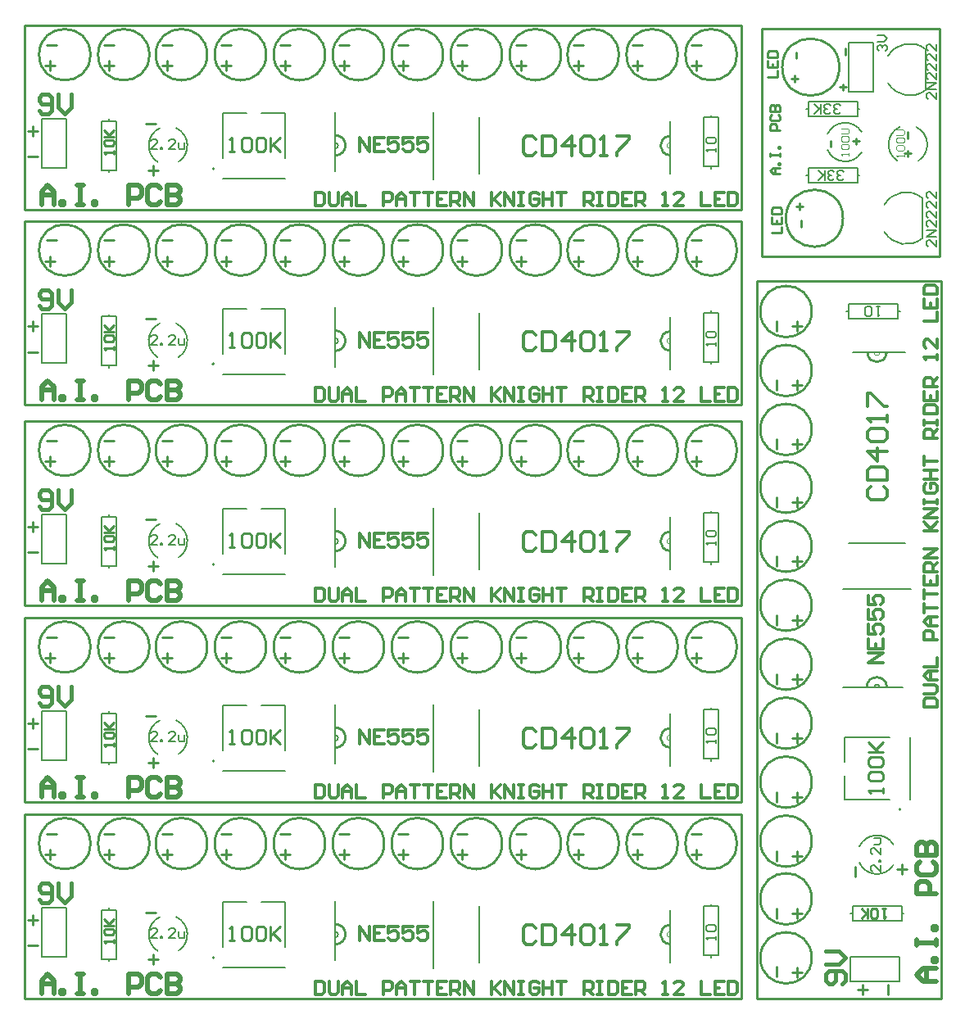
<source format=gto>
G04 Layer_Color=65535*
%FSLAX25Y25*%
%MOIN*%
G70*
G01*
G75*
%ADD30C,0.00000*%
%ADD31C,0.00600*%
%ADD32C,0.00787*%
%ADD33C,0.01000*%
%ADD34C,0.00800*%
%ADD35C,0.00500*%
%ADD36C,0.01378*%
%ADD37C,0.01968*%
%ADD38C,0.01575*%
%ADD39C,0.01181*%
%ADD40C,0.00394*%
D30*
X265800Y29200D02*
G03*
X265800Y26800I0J-1200D01*
G01*
Y109200D02*
G03*
X265800Y106800I0J-1200D01*
G01*
Y189200D02*
G03*
X265800Y186800I0J-1200D01*
G01*
Y270700D02*
G03*
X265800Y268300I0J-1200D01*
G01*
Y350200D02*
G03*
X265800Y347800I0J-1200D01*
G01*
X348800Y264800D02*
G03*
X351200Y264800I1200J0D01*
G01*
D31*
X129500Y26800D02*
G03*
X129500Y29200I0J1200D01*
G01*
Y106800D02*
G03*
X129500Y109200I0J1200D01*
G01*
Y186800D02*
G03*
X129500Y189200I0J1200D01*
G01*
Y268300D02*
G03*
X129500Y270700I0J1200D01*
G01*
Y347800D02*
G03*
X129500Y350200I0J1200D01*
G01*
X351200Y128500D02*
G03*
X348800Y128500I-1200J0D01*
G01*
X188200Y16500D02*
Y39500D01*
X265800Y16500D02*
Y26800D01*
Y29200D01*
Y37800D01*
X169500Y14300D02*
Y41700D01*
X129500Y29200D02*
Y41700D01*
Y26800D02*
Y29200D01*
Y17500D02*
Y26800D01*
X188200Y96500D02*
Y119500D01*
X265800Y96500D02*
Y106800D01*
Y109200D01*
Y117800D01*
X169500Y94300D02*
Y121700D01*
X129500Y109200D02*
Y121700D01*
Y106800D02*
Y109200D01*
Y97500D02*
Y106800D01*
X188200Y176500D02*
Y199500D01*
X265800Y176500D02*
Y186800D01*
Y189200D01*
Y197800D01*
X169500Y174300D02*
Y201700D01*
X129500Y189200D02*
Y201700D01*
Y186800D02*
Y189200D01*
Y177500D02*
Y186800D01*
X188200Y258000D02*
Y281000D01*
X265800Y258000D02*
Y268300D01*
Y270700D01*
Y279300D01*
X169500Y255800D02*
Y283200D01*
X129500Y270700D02*
Y283200D01*
Y268300D02*
Y270700D01*
Y259000D02*
Y268300D01*
X188200Y337500D02*
Y360500D01*
X265800Y337500D02*
Y347800D01*
Y350200D01*
Y358800D01*
X169500Y335300D02*
Y362700D01*
X129500Y350200D02*
Y362700D01*
Y347800D02*
Y350200D01*
Y338500D02*
Y347800D01*
X338500Y187200D02*
X361500D01*
X351200Y264800D02*
X361500D01*
X348800D02*
X351200D01*
X340200D02*
X348800D01*
X336300Y168500D02*
X363700D01*
X336300Y128500D02*
X348800D01*
X351200D01*
X360500D01*
D32*
X80358Y18657D02*
G03*
X80358Y18657I-394J0D01*
G01*
X58226Y35161D02*
G03*
X57268Y21360I3274J-7161D01*
G01*
X65732D02*
G03*
X64774Y35161I-4232J6640D01*
G01*
X58226Y115161D02*
G03*
X57268Y101360I3274J-7161D01*
G01*
X65732D02*
G03*
X64774Y115161I-4232J6640D01*
G01*
X80358Y98658D02*
G03*
X80358Y98658I-394J0D01*
G01*
X58226Y195161D02*
G03*
X57268Y181360I3274J-7161D01*
G01*
X65732D02*
G03*
X64774Y195161I-4232J6640D01*
G01*
X80358Y178657D02*
G03*
X80358Y178657I-394J0D01*
G01*
X58226Y276661D02*
G03*
X57268Y262860I3274J-7161D01*
G01*
X65732D02*
G03*
X64774Y276661I-4232J6640D01*
G01*
X80358Y260157D02*
G03*
X80358Y260157I-394J0D01*
G01*
X58226Y356161D02*
G03*
X57268Y342360I3274J-7161D01*
G01*
X65732D02*
G03*
X64774Y356161I-4232J6640D01*
G01*
X80358Y339657D02*
G03*
X80358Y339657I-394J0D01*
G01*
X342839Y57226D02*
G03*
X356640Y56268I7161J3274D01*
G01*
Y64732D02*
G03*
X342839Y63774I-6640J-4232D01*
G01*
X359736Y78965D02*
G03*
X359736Y78965I-394J0D01*
G01*
X359289Y356598D02*
G03*
X358331Y342797I3274J-7161D01*
G01*
X366795D02*
G03*
X365837Y356598I-4232J6640D01*
G01*
X329902Y347163D02*
G03*
X343703Y346205I7161J3274D01*
G01*
Y354669D02*
G03*
X329902Y353711I-6640J-4232D01*
G01*
X279500Y39500D02*
X282500D01*
X279500Y19500D02*
Y39500D01*
Y19500D02*
X285500D01*
Y39500D01*
X282500D02*
X285500D01*
X282500Y18600D02*
Y19500D01*
Y39500D02*
Y40400D01*
X34500Y38000D02*
X37500D01*
X34500Y18000D02*
Y38000D01*
Y18000D02*
X40500D01*
Y38000D01*
X37500D02*
X40500D01*
X37500Y17100D02*
Y18000D01*
Y38000D02*
Y38900D01*
X10000Y19000D02*
X20000D01*
X10000D02*
Y39000D01*
X20000D01*
Y19000D02*
Y39000D01*
X34500Y118000D02*
X37500D01*
X34500Y98000D02*
Y118000D01*
Y98000D02*
X40500D01*
Y118000D01*
X37500D02*
X40500D01*
X37500Y97100D02*
Y98000D01*
Y118000D02*
Y118900D01*
X279500Y119500D02*
X282500D01*
X279500Y99500D02*
Y119500D01*
Y99500D02*
X285500D01*
Y119500D01*
X282500D02*
X285500D01*
X282500Y98600D02*
Y99500D01*
Y119500D02*
Y120400D01*
X10000Y99000D02*
X20000D01*
X10000D02*
Y119000D01*
X20000D01*
Y99000D02*
Y119000D01*
X34500Y198000D02*
X37500D01*
X34500Y178000D02*
Y198000D01*
Y178000D02*
X40500D01*
Y198000D01*
X37500D02*
X40500D01*
X37500Y177100D02*
Y178000D01*
Y198000D02*
Y198900D01*
X279500Y199500D02*
X282500D01*
X279500Y179500D02*
Y199500D01*
Y179500D02*
X285500D01*
Y199500D01*
X282500D02*
X285500D01*
X282500Y178600D02*
Y179500D01*
Y199500D02*
Y200400D01*
X10000Y179000D02*
X20000D01*
X10000D02*
Y199000D01*
X20000D01*
Y179000D02*
Y199000D01*
X34500Y279500D02*
X37500D01*
X34500Y259500D02*
Y279500D01*
Y259500D02*
X40500D01*
Y279500D01*
X37500D02*
X40500D01*
X37500Y258600D02*
Y259500D01*
Y279500D02*
Y280400D01*
X279500Y281000D02*
X282500D01*
X279500Y261000D02*
Y281000D01*
Y261000D02*
X285500D01*
Y281000D01*
X282500D02*
X285500D01*
X282500Y260100D02*
Y261000D01*
Y281000D02*
Y281900D01*
X10000Y260500D02*
X20000D01*
X10000D02*
Y280500D01*
X20000D01*
Y260500D02*
Y280500D01*
X34500Y359000D02*
X37500D01*
X34500Y339000D02*
Y359000D01*
Y339000D02*
X40500D01*
Y359000D01*
X37500D02*
X40500D01*
X37500Y338100D02*
Y339000D01*
Y359000D02*
Y359900D01*
X279500Y360500D02*
X282500D01*
X279500Y340500D02*
Y360500D01*
Y340500D02*
X285500D01*
Y360500D01*
X282500D02*
X285500D01*
X282500Y339600D02*
Y340500D01*
Y360500D02*
Y361400D01*
X10000Y340000D02*
X20000D01*
X10000D02*
Y360000D01*
X20000D01*
Y340000D02*
Y360000D01*
X340000Y33500D02*
Y36500D01*
Y33500D02*
X360000D01*
Y39500D01*
X340000D02*
X360000D01*
X340000Y36500D02*
Y39500D01*
X360000Y36500D02*
X360900D01*
X339100D02*
X340000D01*
X338500Y278500D02*
Y281500D01*
Y278500D02*
X358500D01*
Y284500D01*
X338500D02*
X358500D01*
X338500Y281500D02*
Y284500D01*
X358500Y281500D02*
X359400D01*
X337600D02*
X338500D01*
X359000Y9000D02*
Y19000D01*
X339000Y9000D02*
X359000D01*
X339000D02*
Y19000D01*
X359000D01*
X338563Y390937D02*
X348563D01*
Y370937D02*
Y390937D01*
X338563Y370937D02*
X348563D01*
X338563D02*
Y390937D01*
X322063Y333937D02*
Y336937D01*
Y333937D02*
X342063D01*
Y339937D01*
X322063D02*
X342063D01*
X322063Y336937D02*
Y339937D01*
X342063Y336937D02*
X342963D01*
X321163D02*
X322063D01*
Y360937D02*
Y363937D01*
Y360937D02*
X342063D01*
Y366937D01*
X322063D02*
X342063D01*
X322063Y363937D02*
Y366937D01*
X342063Y363937D02*
X342963D01*
X321163D02*
X322063D01*
X284500Y26000D02*
Y27312D01*
Y26656D01*
X280564D01*
X281220Y26000D01*
Y29280D02*
X280564Y29936D01*
Y31248D01*
X281220Y31904D01*
X283844D01*
X284500Y31248D01*
Y29936D01*
X283844Y29280D01*
X281220D01*
X57124Y26500D02*
X54500D01*
X57124Y29124D01*
Y29780D01*
X56468Y30436D01*
X55156D01*
X54500Y29780D01*
X58436Y26500D02*
Y27156D01*
X59092D01*
Y26500D01*
X58436D01*
X64339D02*
X61716D01*
X64339Y29124D01*
Y29780D01*
X63683Y30436D01*
X62371D01*
X61716Y29780D01*
X65651Y29124D02*
Y27156D01*
X66307Y26500D01*
X68275D01*
Y29124D01*
X57124Y106500D02*
X54500D01*
X57124Y109124D01*
Y109780D01*
X56468Y110436D01*
X55156D01*
X54500Y109780D01*
X58436Y106500D02*
Y107156D01*
X59092D01*
Y106500D01*
X58436D01*
X64339D02*
X61716D01*
X64339Y109124D01*
Y109780D01*
X63683Y110436D01*
X62371D01*
X61716Y109780D01*
X65651Y109124D02*
Y107156D01*
X66307Y106500D01*
X68275D01*
Y109124D01*
X284500Y106000D02*
Y107312D01*
Y106656D01*
X280564D01*
X281220Y106000D01*
Y109280D02*
X280564Y109936D01*
Y111248D01*
X281220Y111904D01*
X283844D01*
X284500Y111248D01*
Y109936D01*
X283844Y109280D01*
X281220D01*
X57124Y186500D02*
X54500D01*
X57124Y189124D01*
Y189780D01*
X56468Y190436D01*
X55156D01*
X54500Y189780D01*
X58436Y186500D02*
Y187156D01*
X59092D01*
Y186500D01*
X58436D01*
X64339D02*
X61716D01*
X64339Y189124D01*
Y189780D01*
X63683Y190436D01*
X62371D01*
X61716Y189780D01*
X65651Y189124D02*
Y187156D01*
X66307Y186500D01*
X68275D01*
Y189124D01*
X284500Y186500D02*
Y187812D01*
Y187156D01*
X280564D01*
X281220Y186500D01*
Y189780D02*
X280564Y190436D01*
Y191748D01*
X281220Y192404D01*
X283844D01*
X284500Y191748D01*
Y190436D01*
X283844Y189780D01*
X281220D01*
X57124Y268000D02*
X54500D01*
X57124Y270624D01*
Y271280D01*
X56468Y271936D01*
X55156D01*
X54500Y271280D01*
X58436Y268000D02*
Y268656D01*
X59092D01*
Y268000D01*
X58436D01*
X64339D02*
X61716D01*
X64339Y270624D01*
Y271280D01*
X63683Y271936D01*
X62371D01*
X61716Y271280D01*
X65651Y270624D02*
Y268656D01*
X66307Y268000D01*
X68275D01*
Y270624D01*
X284500Y267500D02*
Y268812D01*
Y268156D01*
X280564D01*
X281220Y267500D01*
Y270780D02*
X280564Y271436D01*
Y272748D01*
X281220Y273404D01*
X283844D01*
X284500Y272748D01*
Y271436D01*
X283844Y270780D01*
X281220D01*
X57124Y347500D02*
X54500D01*
X57124Y350124D01*
Y350780D01*
X56468Y351436D01*
X55156D01*
X54500Y350780D01*
X58436Y347500D02*
Y348156D01*
X59092D01*
Y347500D01*
X58436D01*
X64339D02*
X61716D01*
X64339Y350124D01*
Y350780D01*
X63683Y351436D01*
X62371D01*
X61716Y350780D01*
X65651Y350124D02*
Y348156D01*
X66307Y347500D01*
X68275D01*
Y350124D01*
X284500Y346500D02*
Y347812D01*
Y347156D01*
X280564D01*
X281220Y346500D01*
Y349780D02*
X280564Y350436D01*
Y351748D01*
X281220Y352404D01*
X283844D01*
X284500Y351748D01*
Y350436D01*
X283844Y349780D01*
X281220D01*
X351500Y56124D02*
Y53500D01*
X348876Y56124D01*
X348220D01*
X347564Y55468D01*
Y54156D01*
X348220Y53500D01*
X351500Y57436D02*
X350844D01*
Y58092D01*
X351500D01*
Y57436D01*
Y63339D02*
Y60716D01*
X348876Y63339D01*
X348220D01*
X347564Y62683D01*
Y61371D01*
X348220Y60716D01*
X348876Y64651D02*
X350844D01*
X351500Y65307D01*
Y67275D01*
X348876D01*
X351000Y283500D02*
X349688D01*
X350344D01*
Y279564D01*
X351000Y280220D01*
X347720D02*
X347064Y279564D01*
X345752D01*
X345096Y280220D01*
Y282844D01*
X345752Y283500D01*
X347064D01*
X347720Y282844D01*
Y280220D01*
X350783Y387437D02*
X350127Y388093D01*
Y389405D01*
X350783Y390061D01*
X351439D01*
X352095Y389405D01*
Y388749D01*
Y389405D01*
X352751Y390061D01*
X353407D01*
X354063Y389405D01*
Y388093D01*
X353407Y387437D01*
X350127Y391373D02*
X352751D01*
X354063Y392685D01*
X352751Y393997D01*
X350127D01*
X336563Y335657D02*
X335907Y335001D01*
X334595D01*
X333939Y335657D01*
Y336313D01*
X334595Y336969D01*
X335251D01*
X334595D01*
X333939Y337625D01*
Y338281D01*
X334595Y338937D01*
X335907D01*
X336563Y338281D01*
X332627Y335657D02*
X331971Y335001D01*
X330659D01*
X330003Y335657D01*
Y336313D01*
X330659Y336969D01*
X331315D01*
X330659D01*
X330003Y337625D01*
Y338281D01*
X330659Y338937D01*
X331971D01*
X332627Y338281D01*
X328692Y335001D02*
Y338937D01*
Y337625D01*
X326068Y335001D01*
X328036Y336969D01*
X326068Y338937D01*
X335063Y362657D02*
X334407Y362001D01*
X333095D01*
X332439Y362657D01*
Y363313D01*
X333095Y363969D01*
X333751D01*
X333095D01*
X332439Y364625D01*
Y365281D01*
X333095Y365937D01*
X334407D01*
X335063Y365281D01*
X331127Y362657D02*
X330471Y362001D01*
X329159D01*
X328503Y362657D01*
Y363313D01*
X329159Y363969D01*
X329815D01*
X329159D01*
X328503Y364625D01*
Y365281D01*
X329159Y365937D01*
X330471D01*
X331127Y365281D01*
X327191Y362001D02*
Y365937D01*
Y364625D01*
X324568Y362001D01*
X326536Y363969D01*
X324568Y365937D01*
X374063Y310561D02*
Y307937D01*
X371439Y310561D01*
X370783D01*
X370127Y309905D01*
Y308593D01*
X370783Y307937D01*
X374063Y311873D02*
X370127D01*
X374063Y314497D01*
X370127D01*
X374063Y318432D02*
Y315809D01*
X371439Y318432D01*
X370783D01*
X370127Y317776D01*
Y316464D01*
X370783Y315809D01*
X374063Y322368D02*
Y319744D01*
X371439Y322368D01*
X370783D01*
X370127Y321712D01*
Y320400D01*
X370783Y319744D01*
X374063Y326304D02*
Y323680D01*
X371439Y326304D01*
X370783D01*
X370127Y325648D01*
Y324336D01*
X370783Y323680D01*
X374063Y330240D02*
Y327616D01*
X371439Y330240D01*
X370783D01*
X370127Y329584D01*
Y328272D01*
X370783Y327616D01*
X374063Y370561D02*
Y367937D01*
X371439Y370561D01*
X370783D01*
X370127Y369905D01*
Y368593D01*
X370783Y367937D01*
X374063Y371873D02*
X370127D01*
X374063Y374497D01*
X370127D01*
X374063Y378432D02*
Y375809D01*
X371439Y378432D01*
X370783D01*
X370127Y377776D01*
Y376464D01*
X370783Y375809D01*
X374063Y382368D02*
Y379744D01*
X371439Y382368D01*
X370783D01*
X370127Y381712D01*
Y380400D01*
X370783Y379744D01*
X374063Y386304D02*
Y383680D01*
X371439Y386304D01*
X370783D01*
X370127Y385648D01*
Y384336D01*
X370783Y383680D01*
X374063Y390240D02*
Y387616D01*
X371439Y390240D01*
X370783D01*
X370127Y389584D01*
Y388272D01*
X370783Y387616D01*
D33*
X29933Y65000D02*
G03*
X29933Y65000I-10433J0D01*
G01*
X292933D02*
G03*
X292933Y65000I-10433J0D01*
G01*
X53933D02*
G03*
X53933Y65000I-10433J0D01*
G01*
X268933D02*
G03*
X268933Y65000I-10433J0D01*
G01*
X77433D02*
G03*
X77433Y65000I-10433J0D01*
G01*
X244933D02*
G03*
X244933Y65000I-10433J0D01*
G01*
X101433D02*
G03*
X101433Y65000I-10433J0D01*
G01*
X221433D02*
G03*
X221433Y65000I-10433J0D01*
G01*
X125433D02*
G03*
X125433Y65000I-10433J0D01*
G01*
X197433D02*
G03*
X197433Y65000I-10433J0D01*
G01*
X149433D02*
G03*
X149433Y65000I-10433J0D01*
G01*
X173433D02*
G03*
X173433Y65000I-10433J0D01*
G01*
X265471Y31845D02*
G03*
X265511Y24152I329J-3845D01*
G01*
X130000Y24000D02*
G03*
X129955Y32201I-455J4098D01*
G01*
X130000Y104000D02*
G03*
X129955Y112200I-455J4098D01*
G01*
X265471Y111845D02*
G03*
X265511Y104152I329J-3845D01*
G01*
X29933Y145000D02*
G03*
X29933Y145000I-10433J0D01*
G01*
X292933D02*
G03*
X292933Y145000I-10433J0D01*
G01*
X53933D02*
G03*
X53933Y145000I-10433J0D01*
G01*
X268933D02*
G03*
X268933Y145000I-10433J0D01*
G01*
X77433D02*
G03*
X77433Y145000I-10433J0D01*
G01*
X244933D02*
G03*
X244933Y145000I-10433J0D01*
G01*
X101433D02*
G03*
X101433Y145000I-10433J0D01*
G01*
X221433D02*
G03*
X221433Y145000I-10433J0D01*
G01*
X125433D02*
G03*
X125433Y145000I-10433J0D01*
G01*
X197433D02*
G03*
X197433Y145000I-10433J0D01*
G01*
X149433D02*
G03*
X149433Y145000I-10433J0D01*
G01*
X173433D02*
G03*
X173433Y145000I-10433J0D01*
G01*
X130000Y184000D02*
G03*
X129955Y192201I-455J4098D01*
G01*
X265471Y191845D02*
G03*
X265511Y184152I329J-3845D01*
G01*
X29933Y225000D02*
G03*
X29933Y225000I-10433J0D01*
G01*
X292933D02*
G03*
X292933Y225000I-10433J0D01*
G01*
X53933D02*
G03*
X53933Y225000I-10433J0D01*
G01*
X268933D02*
G03*
X268933Y225000I-10433J0D01*
G01*
X77433D02*
G03*
X77433Y225000I-10433J0D01*
G01*
X244933D02*
G03*
X244933Y225000I-10433J0D01*
G01*
X101433D02*
G03*
X101433Y225000I-10433J0D01*
G01*
X221433D02*
G03*
X221433Y225000I-10433J0D01*
G01*
X125433D02*
G03*
X125433Y225000I-10433J0D01*
G01*
X197433D02*
G03*
X197433Y225000I-10433J0D01*
G01*
X149433D02*
G03*
X149433Y225000I-10433J0D01*
G01*
X173433D02*
G03*
X173433Y225000I-10433J0D01*
G01*
X130000Y265500D02*
G03*
X129955Y273700I-455J4098D01*
G01*
X265471Y273345D02*
G03*
X265511Y265652I329J-3845D01*
G01*
X29933Y306500D02*
G03*
X29933Y306500I-10433J0D01*
G01*
X292933D02*
G03*
X292933Y306500I-10433J0D01*
G01*
X53933D02*
G03*
X53933Y306500I-10433J0D01*
G01*
X268933D02*
G03*
X268933Y306500I-10433J0D01*
G01*
X77433D02*
G03*
X77433Y306500I-10433J0D01*
G01*
X244933D02*
G03*
X244933Y306500I-10433J0D01*
G01*
X101433D02*
G03*
X101433Y306500I-10433J0D01*
G01*
X221433D02*
G03*
X221433Y306500I-10433J0D01*
G01*
X125433D02*
G03*
X125433Y306500I-10433J0D01*
G01*
X197433D02*
G03*
X197433Y306500I-10433J0D01*
G01*
X149433D02*
G03*
X149433Y306500I-10433J0D01*
G01*
X173433D02*
G03*
X173433Y306500I-10433J0D01*
G01*
X130000Y345000D02*
G03*
X129955Y353201I-455J4098D01*
G01*
X265471Y352845D02*
G03*
X265511Y345152I329J-3845D01*
G01*
X29933Y386000D02*
G03*
X29933Y386000I-10433J0D01*
G01*
X292933D02*
G03*
X292933Y386000I-10433J0D01*
G01*
X53933D02*
G03*
X53933Y386000I-10433J0D01*
G01*
X268933D02*
G03*
X268933Y386000I-10433J0D01*
G01*
X77433D02*
G03*
X77433Y386000I-10433J0D01*
G01*
X244933D02*
G03*
X244933Y386000I-10433J0D01*
G01*
X101433D02*
G03*
X101433Y386000I-10433J0D01*
G01*
X221433D02*
G03*
X221433Y386000I-10433J0D01*
G01*
X125433D02*
G03*
X125433Y386000I-10433J0D01*
G01*
X197433D02*
G03*
X197433Y386000I-10433J0D01*
G01*
X149433D02*
G03*
X149433Y386000I-10433J0D01*
G01*
X173433D02*
G03*
X173433Y386000I-10433J0D01*
G01*
X354000Y129000D02*
G03*
X345799Y128955I-4098J-455D01*
G01*
X346155Y264471D02*
G03*
X353848Y264511I3845J329D01*
G01*
X323433Y18500D02*
G03*
X323433Y18500I-10433J0D01*
G01*
Y281500D02*
G03*
X323433Y281500I-10433J0D01*
G01*
Y42500D02*
G03*
X323433Y42500I-10433J0D01*
G01*
Y257500D02*
G03*
X323433Y257500I-10433J0D01*
G01*
Y66000D02*
G03*
X323433Y66000I-10433J0D01*
G01*
Y233500D02*
G03*
X323433Y233500I-10433J0D01*
G01*
Y90000D02*
G03*
X323433Y90000I-10433J0D01*
G01*
Y210000D02*
G03*
X323433Y210000I-10433J0D01*
G01*
Y114000D02*
G03*
X323433Y114000I-10433J0D01*
G01*
Y186000D02*
G03*
X323433Y186000I-10433J0D01*
G01*
Y138000D02*
G03*
X323433Y138000I-10433J0D01*
G01*
Y162000D02*
G03*
X323433Y162000I-10433J0D01*
G01*
X336177Y319437D02*
G03*
X336177Y319437I-11614J0D01*
G01*
X334677Y380937D02*
G03*
X334677Y380937I-11614J0D01*
G01*
X3000Y2000D02*
X294776D01*
Y76803D01*
X3000D02*
X294776D01*
X3000Y2000D02*
Y76803D01*
Y82000D02*
Y156803D01*
X294776D01*
Y82000D02*
Y156803D01*
X3000Y82000D02*
X294776D01*
X3000Y162000D02*
Y236803D01*
X294776D01*
Y162000D02*
Y236803D01*
X3000Y162000D02*
X294776D01*
X3000Y243500D02*
Y318303D01*
X294776D01*
Y243500D02*
Y318303D01*
X3000Y243500D02*
X294776D01*
X3000Y323000D02*
Y397803D01*
X294776D01*
Y323000D02*
Y397803D01*
X3000Y323000D02*
X294776D01*
X301197Y2000D02*
X376000D01*
X301197D02*
Y293776D01*
X376000D01*
Y2000D02*
Y293776D01*
X303063Y303937D02*
X375563D01*
X303063D02*
Y396437D01*
X375563D01*
Y303937D02*
Y396437D01*
X39500Y24500D02*
Y25812D01*
Y25156D01*
X35564D01*
X36220Y24500D01*
Y27780D02*
X35564Y28436D01*
Y29748D01*
X36220Y30404D01*
X38844D01*
X39500Y29748D01*
Y28436D01*
X38844Y27780D01*
X36220D01*
X35564Y31716D02*
X39500D01*
X38188D01*
X35564Y34339D01*
X37532Y32372D01*
X39500Y34339D01*
X86500Y25500D02*
X88468D01*
X87484D01*
Y31404D01*
X86500Y30420D01*
X91420D02*
X92404Y31404D01*
X94371D01*
X95355Y30420D01*
Y26484D01*
X94371Y25500D01*
X92404D01*
X91420Y26484D01*
Y30420D01*
X97323D02*
X98307Y31404D01*
X100275D01*
X101259Y30420D01*
Y26484D01*
X100275Y25500D01*
X98307D01*
X97323Y26484D01*
Y30420D01*
X103227Y31404D02*
Y25500D01*
Y27468D01*
X107163Y31404D01*
X104211Y28452D01*
X107163Y25500D01*
X53500Y17999D02*
X57499D01*
X55499Y19998D02*
Y16000D01*
X52500Y36999D02*
X56499D01*
X11500Y60499D02*
X15499D01*
X13499Y62498D02*
Y58500D01*
X35500Y60499D02*
X39499D01*
X37499Y62498D02*
Y58500D01*
X59000Y60499D02*
X62999D01*
X60999Y62498D02*
Y58500D01*
X83000Y60499D02*
X86999D01*
X84999Y62498D02*
Y58500D01*
X107000Y60499D02*
X110999D01*
X108999Y62498D02*
Y58500D01*
X131000Y60499D02*
X134999D01*
X132999Y62498D02*
Y58500D01*
X155000Y60499D02*
X158999D01*
X156999Y62498D02*
Y58500D01*
X179000Y60499D02*
X182999D01*
X180999Y62498D02*
Y58500D01*
X203000Y60499D02*
X206999D01*
X204999Y62498D02*
Y58500D01*
X226500Y60499D02*
X230499D01*
X228499Y62498D02*
Y58500D01*
X250500Y60499D02*
X254499D01*
X252499Y62498D02*
Y58500D01*
X274500Y60499D02*
X278499D01*
X276499Y62498D02*
Y58500D01*
X12000Y68999D02*
X15999D01*
X35500D02*
X39499D01*
X59000D02*
X62999D01*
X83000D02*
X86999D01*
X107000D02*
X110999D01*
X131000D02*
X134999D01*
X155000D02*
X158999D01*
X179000D02*
X182999D01*
X203000D02*
X206999D01*
X226500D02*
X230499D01*
X250500D02*
X254499D01*
X274500D02*
X278499D01*
X4500Y23499D02*
X8499D01*
X4500Y33999D02*
X8499D01*
X6499Y35998D02*
Y32000D01*
X4500Y113999D02*
X8499D01*
X6499Y115998D02*
Y112000D01*
X4500Y103499D02*
X8499D01*
X274500Y148999D02*
X278499D01*
X250500D02*
X254499D01*
X226500D02*
X230499D01*
X203000D02*
X206999D01*
X179000D02*
X182999D01*
X155000D02*
X158999D01*
X131000D02*
X134999D01*
X107000D02*
X110999D01*
X83000D02*
X86999D01*
X59000D02*
X62999D01*
X35500D02*
X39499D01*
X12000D02*
X15999D01*
X274500Y140499D02*
X278499D01*
X276499Y142498D02*
Y138500D01*
X250500Y140499D02*
X254499D01*
X252499Y142498D02*
Y138500D01*
X226500Y140499D02*
X230499D01*
X228499Y142498D02*
Y138500D01*
X203000Y140499D02*
X206999D01*
X204999Y142498D02*
Y138500D01*
X179000Y140499D02*
X182999D01*
X180999Y142498D02*
Y138500D01*
X155000Y140499D02*
X158999D01*
X156999Y142498D02*
Y138500D01*
X131000Y140499D02*
X134999D01*
X132999Y142498D02*
Y138500D01*
X107000Y140499D02*
X110999D01*
X108999Y142498D02*
Y138500D01*
X83000Y140499D02*
X86999D01*
X84999Y142498D02*
Y138500D01*
X59000Y140499D02*
X62999D01*
X60999Y142498D02*
Y138500D01*
X35500Y140499D02*
X39499D01*
X37499Y142498D02*
Y138500D01*
X11500Y140499D02*
X15499D01*
X13499Y142498D02*
Y138500D01*
X52500Y116999D02*
X56499D01*
X53500Y97999D02*
X57499D01*
X55499Y99998D02*
Y96000D01*
X86500Y105500D02*
X88468D01*
X87484D01*
Y111404D01*
X86500Y110420D01*
X91420D02*
X92404Y111404D01*
X94371D01*
X95355Y110420D01*
Y106484D01*
X94371Y105500D01*
X92404D01*
X91420Y106484D01*
Y110420D01*
X97323D02*
X98307Y111404D01*
X100275D01*
X101259Y110420D01*
Y106484D01*
X100275Y105500D01*
X98307D01*
X97323Y106484D01*
Y110420D01*
X103227Y111404D02*
Y105500D01*
Y107468D01*
X107163Y111404D01*
X104211Y108452D01*
X107163Y105500D01*
X39500Y104500D02*
Y105812D01*
Y105156D01*
X35564D01*
X36220Y104500D01*
Y107780D02*
X35564Y108436D01*
Y109748D01*
X36220Y110404D01*
X38844D01*
X39500Y109748D01*
Y108436D01*
X38844Y107780D01*
X36220D01*
X35564Y111715D02*
X39500D01*
X38188D01*
X35564Y114339D01*
X37532Y112372D01*
X39500Y114339D01*
X4500Y193999D02*
X8499D01*
X6499Y195998D02*
Y192000D01*
X4500Y183499D02*
X8499D01*
X274500Y228999D02*
X278499D01*
X250500D02*
X254499D01*
X226500D02*
X230499D01*
X203000D02*
X206999D01*
X179000D02*
X182999D01*
X155000D02*
X158999D01*
X131000D02*
X134999D01*
X107000D02*
X110999D01*
X83000D02*
X86999D01*
X59000D02*
X62999D01*
X35500D02*
X39499D01*
X12000D02*
X15999D01*
X274500Y220499D02*
X278499D01*
X276499Y222498D02*
Y218500D01*
X250500Y220499D02*
X254499D01*
X252499Y222498D02*
Y218500D01*
X226500Y220499D02*
X230499D01*
X228499Y222498D02*
Y218500D01*
X203000Y220499D02*
X206999D01*
X204999Y222498D02*
Y218500D01*
X179000Y220499D02*
X182999D01*
X180999Y222498D02*
Y218500D01*
X155000Y220499D02*
X158999D01*
X156999Y222498D02*
Y218500D01*
X131000Y220499D02*
X134999D01*
X132999Y222498D02*
Y218500D01*
X107000Y220499D02*
X110999D01*
X108999Y222498D02*
Y218500D01*
X83000Y220499D02*
X86999D01*
X84999Y222498D02*
Y218500D01*
X59000Y220499D02*
X62999D01*
X60999Y222498D02*
Y218500D01*
X35500Y220499D02*
X39499D01*
X37499Y222498D02*
Y218500D01*
X11500Y220499D02*
X15499D01*
X13499Y222498D02*
Y218500D01*
X52500Y196999D02*
X56499D01*
X53500Y177999D02*
X57499D01*
X55499Y179998D02*
Y176000D01*
X86500Y185500D02*
X88468D01*
X87484D01*
Y191404D01*
X86500Y190420D01*
X91420D02*
X92404Y191404D01*
X94371D01*
X95355Y190420D01*
Y186484D01*
X94371Y185500D01*
X92404D01*
X91420Y186484D01*
Y190420D01*
X97323D02*
X98307Y191404D01*
X100275D01*
X101259Y190420D01*
Y186484D01*
X100275Y185500D01*
X98307D01*
X97323Y186484D01*
Y190420D01*
X103227Y191404D02*
Y185500D01*
Y187468D01*
X107163Y191404D01*
X104211Y188452D01*
X107163Y185500D01*
X39500Y184500D02*
Y185812D01*
Y185156D01*
X35564D01*
X36220Y184500D01*
Y187780D02*
X35564Y188436D01*
Y189748D01*
X36220Y190404D01*
X38844D01*
X39500Y189748D01*
Y188436D01*
X38844Y187780D01*
X36220D01*
X35564Y191716D02*
X39500D01*
X38188D01*
X35564Y194339D01*
X37532Y192371D01*
X39500Y194339D01*
X4500Y275499D02*
X8499D01*
X6499Y277498D02*
Y273500D01*
X4500Y264999D02*
X8499D01*
X274500Y310499D02*
X278499D01*
X250500D02*
X254499D01*
X226500D02*
X230499D01*
X203000D02*
X206999D01*
X179000D02*
X182999D01*
X155000D02*
X158999D01*
X131000D02*
X134999D01*
X107000D02*
X110999D01*
X83000D02*
X86999D01*
X59000D02*
X62999D01*
X35500D02*
X39499D01*
X12000D02*
X15999D01*
X274500Y301999D02*
X278499D01*
X276499Y303998D02*
Y300000D01*
X250500Y301999D02*
X254499D01*
X252499Y303998D02*
Y300000D01*
X226500Y301999D02*
X230499D01*
X228499Y303998D02*
Y300000D01*
X203000Y301999D02*
X206999D01*
X204999Y303998D02*
Y300000D01*
X179000Y301999D02*
X182999D01*
X180999Y303998D02*
Y300000D01*
X155000Y301999D02*
X158999D01*
X156999Y303998D02*
Y300000D01*
X131000Y301999D02*
X134999D01*
X132999Y303998D02*
Y300000D01*
X107000Y301999D02*
X110999D01*
X108999Y303998D02*
Y300000D01*
X83000Y301999D02*
X86999D01*
X84999Y303998D02*
Y300000D01*
X59000Y301999D02*
X62999D01*
X60999Y303998D02*
Y300000D01*
X35500Y301999D02*
X39499D01*
X37499Y303998D02*
Y300000D01*
X11500Y301999D02*
X15499D01*
X13499Y303998D02*
Y300000D01*
X52500Y278499D02*
X56499D01*
X53500Y259499D02*
X57499D01*
X55499Y261498D02*
Y257500D01*
X86500Y267000D02*
X88468D01*
X87484D01*
Y272904D01*
X86500Y271920D01*
X91420D02*
X92404Y272904D01*
X94371D01*
X95355Y271920D01*
Y267984D01*
X94371Y267000D01*
X92404D01*
X91420Y267984D01*
Y271920D01*
X97323D02*
X98307Y272904D01*
X100275D01*
X101259Y271920D01*
Y267984D01*
X100275Y267000D01*
X98307D01*
X97323Y267984D01*
Y271920D01*
X103227Y272904D02*
Y267000D01*
Y268968D01*
X107163Y272904D01*
X104211Y269952D01*
X107163Y267000D01*
X39500Y266000D02*
Y267312D01*
Y266656D01*
X35564D01*
X36220Y266000D01*
Y269280D02*
X35564Y269936D01*
Y271248D01*
X36220Y271904D01*
X38844D01*
X39500Y271248D01*
Y269936D01*
X38844Y269280D01*
X36220D01*
X35564Y273216D02*
X39500D01*
X38188D01*
X35564Y275839D01*
X37532Y273871D01*
X39500Y275839D01*
X4500Y354999D02*
X8499D01*
X6499Y356998D02*
Y353000D01*
X4500Y344499D02*
X8499D01*
X274500Y389999D02*
X278499D01*
X250500D02*
X254499D01*
X226500D02*
X230499D01*
X203000D02*
X206999D01*
X179000D02*
X182999D01*
X155000D02*
X158999D01*
X131000D02*
X134999D01*
X107000D02*
X110999D01*
X83000D02*
X86999D01*
X59000D02*
X62999D01*
X35500D02*
X39499D01*
X12000D02*
X15999D01*
X274500Y381499D02*
X278499D01*
X276499Y383498D02*
Y379500D01*
X250500Y381499D02*
X254499D01*
X252499Y383498D02*
Y379500D01*
X226500Y381499D02*
X230499D01*
X228499Y383498D02*
Y379500D01*
X203000Y381499D02*
X206999D01*
X204999Y383498D02*
Y379500D01*
X179000Y381499D02*
X182999D01*
X180999Y383498D02*
Y379500D01*
X155000Y381499D02*
X158999D01*
X156999Y383498D02*
Y379500D01*
X131000Y381499D02*
X134999D01*
X132999Y383498D02*
Y379500D01*
X107000Y381499D02*
X110999D01*
X108999Y383498D02*
Y379500D01*
X83000Y381499D02*
X86999D01*
X84999Y383498D02*
Y379500D01*
X59000Y381499D02*
X62999D01*
X60999Y383498D02*
Y379500D01*
X35500Y381499D02*
X39499D01*
X37499Y383498D02*
Y379500D01*
X11500Y381499D02*
X15499D01*
X13499Y383498D02*
Y379500D01*
X52500Y357999D02*
X56499D01*
X53500Y338999D02*
X57499D01*
X55499Y340998D02*
Y337000D01*
X86500Y346500D02*
X88468D01*
X87484D01*
Y352404D01*
X86500Y351420D01*
X91420D02*
X92404Y352404D01*
X94371D01*
X95355Y351420D01*
Y347484D01*
X94371Y346500D01*
X92404D01*
X91420Y347484D01*
Y351420D01*
X97323D02*
X98307Y352404D01*
X100275D01*
X101259Y351420D01*
Y347484D01*
X100275Y346500D01*
X98307D01*
X97323Y347484D01*
Y351420D01*
X103227Y352404D02*
Y346500D01*
Y348468D01*
X107163Y352404D01*
X104211Y349452D01*
X107163Y346500D01*
X39500Y345500D02*
Y346812D01*
Y346156D01*
X35564D01*
X36220Y345500D01*
Y348780D02*
X35564Y349436D01*
Y350748D01*
X36220Y351404D01*
X38844D01*
X39500Y350748D01*
Y349436D01*
X38844Y348780D01*
X36220D01*
X35564Y352715D02*
X39500D01*
X38188D01*
X35564Y355339D01*
X37532Y353372D01*
X39500Y355339D01*
X344001Y3500D02*
Y7499D01*
X342002Y5499D02*
X346000D01*
X354501Y3500D02*
Y7499D01*
X309001Y273500D02*
Y277499D01*
Y249500D02*
Y253499D01*
Y225500D02*
Y229499D01*
Y202000D02*
Y205999D01*
Y178000D02*
Y181999D01*
Y154000D02*
Y157999D01*
Y130000D02*
Y133999D01*
Y106000D02*
Y109999D01*
Y82000D02*
Y85999D01*
Y58000D02*
Y61999D01*
Y34500D02*
Y38499D01*
Y11000D02*
Y14999D01*
X317501Y273500D02*
Y277499D01*
X315502Y275499D02*
X319500D01*
X317501Y249500D02*
Y253499D01*
X315502Y251499D02*
X319500D01*
X317501Y225500D02*
Y229499D01*
X315502Y227499D02*
X319500D01*
X317501Y202000D02*
Y205999D01*
X315502Y203999D02*
X319500D01*
X317501Y178000D02*
Y181999D01*
X315502Y179999D02*
X319500D01*
X317501Y154000D02*
Y157999D01*
X315502Y155999D02*
X319500D01*
X317501Y130000D02*
Y133999D01*
X315502Y131999D02*
X319500D01*
X317501Y106000D02*
Y109999D01*
X315502Y107999D02*
X319500D01*
X317501Y82000D02*
Y85999D01*
X315502Y83999D02*
X319500D01*
X317501Y58000D02*
Y61999D01*
X315502Y59999D02*
X319500D01*
X317501Y34500D02*
Y38499D01*
X315502Y36499D02*
X319500D01*
X317501Y10500D02*
Y14499D01*
X315502Y12499D02*
X319500D01*
X341001Y51500D02*
Y55499D01*
X360001Y52500D02*
Y56499D01*
X358002Y54499D02*
X362000D01*
X352500Y85500D02*
Y87468D01*
Y86484D01*
X346596D01*
X347580Y85500D01*
Y90420D02*
X346596Y91404D01*
Y93371D01*
X347580Y94355D01*
X351516D01*
X352500Y93371D01*
Y91404D01*
X351516Y90420D01*
X347580D01*
Y96323D02*
X346596Y97307D01*
Y99275D01*
X347580Y100259D01*
X351516D01*
X352500Y99275D01*
Y97307D01*
X351516Y96323D01*
X347580D01*
X346596Y102227D02*
X352500D01*
X350532D01*
X346596Y106163D01*
X349548Y103211D01*
X352500Y106163D01*
X353500Y38500D02*
X352188D01*
X352844D01*
Y34564D01*
X353500Y35220D01*
X350220D02*
X349564Y34564D01*
X348252D01*
X347596Y35220D01*
Y37844D01*
X348252Y38500D01*
X349564D01*
X350220Y37844D01*
Y35220D01*
X346285Y34564D02*
Y38500D01*
Y37188D01*
X343661Y34564D01*
X345628Y36532D01*
X343661Y38500D01*
X318595Y322937D02*
Y325561D01*
X317283Y324249D02*
X319907D01*
X310563Y337437D02*
X307939D01*
X306627Y338749D01*
X307939Y340061D01*
X310563D01*
X308595D01*
Y337437D01*
X310563Y341373D02*
X309907D01*
Y342029D01*
X310563D01*
Y341373D01*
X306627Y344653D02*
Y345964D01*
Y345308D01*
X310563D01*
Y344653D01*
Y345964D01*
Y347932D02*
X309907D01*
Y348588D01*
X310563D01*
Y347932D01*
Y355148D02*
X306627D01*
Y357116D01*
X307283Y357772D01*
X308595D01*
X309251Y357116D01*
Y355148D01*
X307283Y361707D02*
X306627Y361051D01*
Y359739D01*
X307283Y359084D01*
X309907D01*
X310563Y359739D01*
Y361051D01*
X309907Y361707D01*
X306627Y363019D02*
X310563D01*
Y364987D01*
X309907Y365643D01*
X309251D01*
X308595Y364987D01*
Y363019D01*
Y364987D01*
X307939Y365643D01*
X307283D01*
X306627Y364987D01*
Y363019D01*
X319095Y315937D02*
Y318561D01*
X316595Y374937D02*
Y377561D01*
X315283Y376249D02*
X317907D01*
X317095Y384437D02*
Y387061D01*
X341595Y349437D02*
Y352061D01*
X340283Y350749D02*
X342907D01*
X362595Y344437D02*
Y347061D01*
X361283Y345749D02*
X363907D01*
X336095Y371437D02*
Y374061D01*
X334783Y372749D02*
X337407D01*
X362595Y351937D02*
Y354561D01*
X331095Y348437D02*
Y351061D01*
X337095Y385937D02*
Y388561D01*
X307127Y313437D02*
X311063D01*
Y316061D01*
X307127Y319997D02*
Y317373D01*
X311063D01*
Y319997D01*
X309095Y317373D02*
Y318685D01*
X307127Y321308D02*
X311063D01*
Y323276D01*
X310407Y323932D01*
X307783D01*
X307127Y323276D01*
Y321308D01*
X305627Y376937D02*
X309563D01*
Y379561D01*
X305627Y383497D02*
Y380873D01*
X309563D01*
Y383497D01*
X307595Y380873D02*
Y382185D01*
X305627Y384808D02*
X309563D01*
Y386776D01*
X308907Y387432D01*
X306283D01*
X305627Y386776D01*
Y384808D01*
D34*
X353027Y313894D02*
G03*
X368383Y311186I8855J5321D01*
G01*
X368400Y327673D02*
G03*
X353014Y324960I-6555J-7811D01*
G01*
X354527Y374394D02*
G03*
X369883Y371686I8855J5321D01*
G01*
X369900Y388173D02*
G03*
X354515Y385460I-6555J-7811D01*
G01*
X368362Y311169D02*
Y327705D01*
X369862Y371669D02*
Y388205D01*
D35*
X83902Y22870D02*
Y41098D01*
X93626D01*
X99374D02*
X109098D01*
Y22870D02*
Y41098D01*
X83902Y14445D02*
X109098D01*
X83902Y102870D02*
Y121098D01*
X93626D01*
X99374D02*
X109098D01*
Y102870D02*
Y121098D01*
X83902Y94445D02*
X109098D01*
X83902Y182870D02*
Y201098D01*
X93626D01*
X99374D02*
X109098D01*
Y182870D02*
Y201098D01*
X83902Y174445D02*
X109098D01*
X83902Y264370D02*
Y282598D01*
X93626D01*
X99374D02*
X109098D01*
Y264370D02*
Y282598D01*
X83902Y255945D02*
X109098D01*
X83902Y343870D02*
Y362098D01*
X93626D01*
X99374D02*
X109098D01*
Y343870D02*
Y362098D01*
X83902Y335445D02*
X109098D01*
X336902Y82902D02*
X355130D01*
X336902D02*
Y92626D01*
Y98374D02*
Y108098D01*
X355130D01*
X363555Y82902D02*
Y108098D01*
D36*
X121500Y9010D02*
Y3500D01*
X124255D01*
X125173Y4418D01*
Y8092D01*
X124255Y9010D01*
X121500D01*
X127010D02*
Y4418D01*
X127928Y3500D01*
X129765D01*
X130683Y4418D01*
Y9010D01*
X132520Y3500D02*
Y7173D01*
X134357Y9010D01*
X136193Y7173D01*
Y3500D01*
Y6255D01*
X132520D01*
X138030Y9010D02*
Y3500D01*
X141703D01*
X149050D02*
Y9010D01*
X151805D01*
X152724Y8092D01*
Y6255D01*
X151805Y5337D01*
X149050D01*
X154560Y3500D02*
Y7173D01*
X156397Y9010D01*
X158233Y7173D01*
Y3500D01*
Y6255D01*
X154560D01*
X160070Y9010D02*
X163744D01*
X161907D01*
Y3500D01*
X165580Y9010D02*
X169254D01*
X167417D01*
Y3500D01*
X174764Y9010D02*
X171090D01*
Y3500D01*
X174764D01*
X171090Y6255D02*
X172927D01*
X176600Y3500D02*
Y9010D01*
X179355D01*
X180274Y8092D01*
Y6255D01*
X179355Y5337D01*
X176600D01*
X178437D02*
X180274Y3500D01*
X182110D02*
Y9010D01*
X185784Y3500D01*
Y9010D01*
X193130D02*
Y3500D01*
Y5337D01*
X196804Y9010D01*
X194049Y6255D01*
X196804Y3500D01*
X198640D02*
Y9010D01*
X202314Y3500D01*
Y9010D01*
X204151D02*
X205987D01*
X205069D01*
Y3500D01*
X204151D01*
X205987D01*
X212416Y8092D02*
X211497Y9010D01*
X209661D01*
X208742Y8092D01*
Y4418D01*
X209661Y3500D01*
X211497D01*
X212416Y4418D01*
Y6255D01*
X210579D01*
X214252Y9010D02*
Y3500D01*
Y6255D01*
X217926D01*
Y9010D01*
Y3500D01*
X219762Y9010D02*
X223436D01*
X221599D01*
Y3500D01*
X230782D02*
Y9010D01*
X233537D01*
X234456Y8092D01*
Y6255D01*
X233537Y5337D01*
X230782D01*
X232619D02*
X234456Y3500D01*
X236292Y9010D02*
X238129D01*
X237211D01*
Y3500D01*
X236292D01*
X238129D01*
X240884Y9010D02*
Y3500D01*
X243639D01*
X244557Y4418D01*
Y8092D01*
X243639Y9010D01*
X240884D01*
X250067D02*
X246394D01*
Y3500D01*
X250067D01*
X246394Y6255D02*
X248231D01*
X251904Y3500D02*
Y9010D01*
X254659D01*
X255577Y8092D01*
Y6255D01*
X254659Y5337D01*
X251904D01*
X253741D02*
X255577Y3500D01*
X262924D02*
X264761D01*
X263842D01*
Y9010D01*
X262924Y8092D01*
X271189Y3500D02*
X267516D01*
X271189Y7173D01*
Y8092D01*
X270271Y9010D01*
X268434D01*
X267516Y8092D01*
X278536Y9010D02*
Y3500D01*
X282209D01*
X287719Y9010D02*
X284046D01*
Y3500D01*
X287719D01*
X284046Y6255D02*
X285883D01*
X289556Y9010D02*
Y3500D01*
X292311D01*
X293229Y4418D01*
Y8092D01*
X292311Y9010D01*
X289556D01*
X211248Y30560D02*
X209936Y31872D01*
X207312D01*
X206000Y30560D01*
Y25312D01*
X207312Y24000D01*
X209936D01*
X211248Y25312D01*
X213872Y31872D02*
Y24000D01*
X217807D01*
X219119Y25312D01*
Y30560D01*
X217807Y31872D01*
X213872D01*
X225679Y24000D02*
Y31872D01*
X221743Y27936D01*
X226991D01*
X229614Y30560D02*
X230926Y31872D01*
X233550D01*
X234862Y30560D01*
Y25312D01*
X233550Y24000D01*
X230926D01*
X229614Y25312D01*
Y30560D01*
X237486Y24000D02*
X240110D01*
X238798D01*
Y31872D01*
X237486Y30560D01*
X244045Y31872D02*
X249293D01*
Y30560D01*
X244045Y25312D01*
Y24000D01*
X211248Y110560D02*
X209936Y111872D01*
X207312D01*
X206000Y110560D01*
Y105312D01*
X207312Y104000D01*
X209936D01*
X211248Y105312D01*
X213872Y111872D02*
Y104000D01*
X217807D01*
X219119Y105312D01*
Y110560D01*
X217807Y111872D01*
X213872D01*
X225679Y104000D02*
Y111872D01*
X221743Y107936D01*
X226991D01*
X229614Y110560D02*
X230926Y111872D01*
X233550D01*
X234862Y110560D01*
Y105312D01*
X233550Y104000D01*
X230926D01*
X229614Y105312D01*
Y110560D01*
X237486Y104000D02*
X240110D01*
X238798D01*
Y111872D01*
X237486Y110560D01*
X244045Y111872D02*
X249293D01*
Y110560D01*
X244045Y105312D01*
Y104000D01*
X121500Y89010D02*
Y83500D01*
X124255D01*
X125173Y84418D01*
Y88092D01*
X124255Y89010D01*
X121500D01*
X127010D02*
Y84418D01*
X127928Y83500D01*
X129765D01*
X130683Y84418D01*
Y89010D01*
X132520Y83500D02*
Y87173D01*
X134357Y89010D01*
X136193Y87173D01*
Y83500D01*
Y86255D01*
X132520D01*
X138030Y89010D02*
Y83500D01*
X141703D01*
X149050D02*
Y89010D01*
X151805D01*
X152724Y88092D01*
Y86255D01*
X151805Y85337D01*
X149050D01*
X154560Y83500D02*
Y87173D01*
X156397Y89010D01*
X158233Y87173D01*
Y83500D01*
Y86255D01*
X154560D01*
X160070Y89010D02*
X163744D01*
X161907D01*
Y83500D01*
X165580Y89010D02*
X169254D01*
X167417D01*
Y83500D01*
X174764Y89010D02*
X171090D01*
Y83500D01*
X174764D01*
X171090Y86255D02*
X172927D01*
X176600Y83500D02*
Y89010D01*
X179355D01*
X180274Y88092D01*
Y86255D01*
X179355Y85337D01*
X176600D01*
X178437D02*
X180274Y83500D01*
X182110D02*
Y89010D01*
X185784Y83500D01*
Y89010D01*
X193130D02*
Y83500D01*
Y85337D01*
X196804Y89010D01*
X194049Y86255D01*
X196804Y83500D01*
X198640D02*
Y89010D01*
X202314Y83500D01*
Y89010D01*
X204151D02*
X205987D01*
X205069D01*
Y83500D01*
X204151D01*
X205987D01*
X212416Y88092D02*
X211497Y89010D01*
X209661D01*
X208742Y88092D01*
Y84418D01*
X209661Y83500D01*
X211497D01*
X212416Y84418D01*
Y86255D01*
X210579D01*
X214252Y89010D02*
Y83500D01*
Y86255D01*
X217926D01*
Y89010D01*
Y83500D01*
X219762Y89010D02*
X223436D01*
X221599D01*
Y83500D01*
X230782D02*
Y89010D01*
X233537D01*
X234456Y88092D01*
Y86255D01*
X233537Y85337D01*
X230782D01*
X232619D02*
X234456Y83500D01*
X236292Y89010D02*
X238129D01*
X237211D01*
Y83500D01*
X236292D01*
X238129D01*
X240884Y89010D02*
Y83500D01*
X243639D01*
X244557Y84418D01*
Y88092D01*
X243639Y89010D01*
X240884D01*
X250067D02*
X246394D01*
Y83500D01*
X250067D01*
X246394Y86255D02*
X248231D01*
X251904Y83500D02*
Y89010D01*
X254659D01*
X255577Y88092D01*
Y86255D01*
X254659Y85337D01*
X251904D01*
X253741D02*
X255577Y83500D01*
X262924D02*
X264761D01*
X263842D01*
Y89010D01*
X262924Y88092D01*
X271189Y83500D02*
X267516D01*
X271189Y87173D01*
Y88092D01*
X270271Y89010D01*
X268434D01*
X267516Y88092D01*
X278536Y89010D02*
Y83500D01*
X282209D01*
X287719Y89010D02*
X284046D01*
Y83500D01*
X287719D01*
X284046Y86255D02*
X285883D01*
X289556Y89010D02*
Y83500D01*
X292311D01*
X293229Y84418D01*
Y88092D01*
X292311Y89010D01*
X289556D01*
X211248Y190560D02*
X209936Y191872D01*
X207312D01*
X206000Y190560D01*
Y185312D01*
X207312Y184000D01*
X209936D01*
X211248Y185312D01*
X213872Y191872D02*
Y184000D01*
X217807D01*
X219119Y185312D01*
Y190560D01*
X217807Y191872D01*
X213872D01*
X225679Y184000D02*
Y191872D01*
X221743Y187936D01*
X226991D01*
X229614Y190560D02*
X230926Y191872D01*
X233550D01*
X234862Y190560D01*
Y185312D01*
X233550Y184000D01*
X230926D01*
X229614Y185312D01*
Y190560D01*
X237486Y184000D02*
X240110D01*
X238798D01*
Y191872D01*
X237486Y190560D01*
X244045Y191872D02*
X249293D01*
Y190560D01*
X244045Y185312D01*
Y184000D01*
X121500Y169010D02*
Y163500D01*
X124255D01*
X125173Y164418D01*
Y168092D01*
X124255Y169010D01*
X121500D01*
X127010D02*
Y164418D01*
X127928Y163500D01*
X129765D01*
X130683Y164418D01*
Y169010D01*
X132520Y163500D02*
Y167173D01*
X134357Y169010D01*
X136193Y167173D01*
Y163500D01*
Y166255D01*
X132520D01*
X138030Y169010D02*
Y163500D01*
X141703D01*
X149050D02*
Y169010D01*
X151805D01*
X152724Y168092D01*
Y166255D01*
X151805Y165337D01*
X149050D01*
X154560Y163500D02*
Y167173D01*
X156397Y169010D01*
X158233Y167173D01*
Y163500D01*
Y166255D01*
X154560D01*
X160070Y169010D02*
X163744D01*
X161907D01*
Y163500D01*
X165580Y169010D02*
X169254D01*
X167417D01*
Y163500D01*
X174764Y169010D02*
X171090D01*
Y163500D01*
X174764D01*
X171090Y166255D02*
X172927D01*
X176600Y163500D02*
Y169010D01*
X179355D01*
X180274Y168092D01*
Y166255D01*
X179355Y165337D01*
X176600D01*
X178437D02*
X180274Y163500D01*
X182110D02*
Y169010D01*
X185784Y163500D01*
Y169010D01*
X193130D02*
Y163500D01*
Y165337D01*
X196804Y169010D01*
X194049Y166255D01*
X196804Y163500D01*
X198640D02*
Y169010D01*
X202314Y163500D01*
Y169010D01*
X204151D02*
X205987D01*
X205069D01*
Y163500D01*
X204151D01*
X205987D01*
X212416Y168092D02*
X211497Y169010D01*
X209661D01*
X208742Y168092D01*
Y164418D01*
X209661Y163500D01*
X211497D01*
X212416Y164418D01*
Y166255D01*
X210579D01*
X214252Y169010D02*
Y163500D01*
Y166255D01*
X217926D01*
Y169010D01*
Y163500D01*
X219762Y169010D02*
X223436D01*
X221599D01*
Y163500D01*
X230782D02*
Y169010D01*
X233537D01*
X234456Y168092D01*
Y166255D01*
X233537Y165337D01*
X230782D01*
X232619D02*
X234456Y163500D01*
X236292Y169010D02*
X238129D01*
X237211D01*
Y163500D01*
X236292D01*
X238129D01*
X240884Y169010D02*
Y163500D01*
X243639D01*
X244557Y164418D01*
Y168092D01*
X243639Y169010D01*
X240884D01*
X250067D02*
X246394D01*
Y163500D01*
X250067D01*
X246394Y166255D02*
X248231D01*
X251904Y163500D02*
Y169010D01*
X254659D01*
X255577Y168092D01*
Y166255D01*
X254659Y165337D01*
X251904D01*
X253741D02*
X255577Y163500D01*
X262924D02*
X264761D01*
X263842D01*
Y169010D01*
X262924Y168092D01*
X271189Y163500D02*
X267516D01*
X271189Y167173D01*
Y168092D01*
X270271Y169010D01*
X268434D01*
X267516Y168092D01*
X278536Y169010D02*
Y163500D01*
X282209D01*
X287719Y169010D02*
X284046D01*
Y163500D01*
X287719D01*
X284046Y166255D02*
X285883D01*
X289556Y169010D02*
Y163500D01*
X292311D01*
X293229Y164418D01*
Y168092D01*
X292311Y169010D01*
X289556D01*
X211248Y272060D02*
X209936Y273372D01*
X207312D01*
X206000Y272060D01*
Y266812D01*
X207312Y265500D01*
X209936D01*
X211248Y266812D01*
X213872Y273372D02*
Y265500D01*
X217807D01*
X219119Y266812D01*
Y272060D01*
X217807Y273372D01*
X213872D01*
X225679Y265500D02*
Y273372D01*
X221743Y269436D01*
X226991D01*
X229614Y272060D02*
X230926Y273372D01*
X233550D01*
X234862Y272060D01*
Y266812D01*
X233550Y265500D01*
X230926D01*
X229614Y266812D01*
Y272060D01*
X237486Y265500D02*
X240110D01*
X238798D01*
Y273372D01*
X237486Y272060D01*
X244045Y273372D02*
X249293D01*
Y272060D01*
X244045Y266812D01*
Y265500D01*
X121500Y250510D02*
Y245000D01*
X124255D01*
X125173Y245918D01*
Y249592D01*
X124255Y250510D01*
X121500D01*
X127010D02*
Y245918D01*
X127928Y245000D01*
X129765D01*
X130683Y245918D01*
Y250510D01*
X132520Y245000D02*
Y248673D01*
X134357Y250510D01*
X136193Y248673D01*
Y245000D01*
Y247755D01*
X132520D01*
X138030Y250510D02*
Y245000D01*
X141703D01*
X149050D02*
Y250510D01*
X151805D01*
X152724Y249592D01*
Y247755D01*
X151805Y246837D01*
X149050D01*
X154560Y245000D02*
Y248673D01*
X156397Y250510D01*
X158233Y248673D01*
Y245000D01*
Y247755D01*
X154560D01*
X160070Y250510D02*
X163744D01*
X161907D01*
Y245000D01*
X165580Y250510D02*
X169254D01*
X167417D01*
Y245000D01*
X174764Y250510D02*
X171090D01*
Y245000D01*
X174764D01*
X171090Y247755D02*
X172927D01*
X176600Y245000D02*
Y250510D01*
X179355D01*
X180274Y249592D01*
Y247755D01*
X179355Y246837D01*
X176600D01*
X178437D02*
X180274Y245000D01*
X182110D02*
Y250510D01*
X185784Y245000D01*
Y250510D01*
X193130D02*
Y245000D01*
Y246837D01*
X196804Y250510D01*
X194049Y247755D01*
X196804Y245000D01*
X198640D02*
Y250510D01*
X202314Y245000D01*
Y250510D01*
X204151D02*
X205987D01*
X205069D01*
Y245000D01*
X204151D01*
X205987D01*
X212416Y249592D02*
X211497Y250510D01*
X209661D01*
X208742Y249592D01*
Y245918D01*
X209661Y245000D01*
X211497D01*
X212416Y245918D01*
Y247755D01*
X210579D01*
X214252Y250510D02*
Y245000D01*
Y247755D01*
X217926D01*
Y250510D01*
Y245000D01*
X219762Y250510D02*
X223436D01*
X221599D01*
Y245000D01*
X230782D02*
Y250510D01*
X233537D01*
X234456Y249592D01*
Y247755D01*
X233537Y246837D01*
X230782D01*
X232619D02*
X234456Y245000D01*
X236292Y250510D02*
X238129D01*
X237211D01*
Y245000D01*
X236292D01*
X238129D01*
X240884Y250510D02*
Y245000D01*
X243639D01*
X244557Y245918D01*
Y249592D01*
X243639Y250510D01*
X240884D01*
X250067D02*
X246394D01*
Y245000D01*
X250067D01*
X246394Y247755D02*
X248231D01*
X251904Y245000D02*
Y250510D01*
X254659D01*
X255577Y249592D01*
Y247755D01*
X254659Y246837D01*
X251904D01*
X253741D02*
X255577Y245000D01*
X262924D02*
X264761D01*
X263842D01*
Y250510D01*
X262924Y249592D01*
X271189Y245000D02*
X267516D01*
X271189Y248673D01*
Y249592D01*
X270271Y250510D01*
X268434D01*
X267516Y249592D01*
X278536Y250510D02*
Y245000D01*
X282209D01*
X287719Y250510D02*
X284046D01*
Y245000D01*
X287719D01*
X284046Y247755D02*
X285883D01*
X289556Y250510D02*
Y245000D01*
X292311D01*
X293229Y245918D01*
Y249592D01*
X292311Y250510D01*
X289556D01*
X211248Y351560D02*
X209936Y352871D01*
X207312D01*
X206000Y351560D01*
Y346312D01*
X207312Y345000D01*
X209936D01*
X211248Y346312D01*
X213872Y352871D02*
Y345000D01*
X217807D01*
X219119Y346312D01*
Y351560D01*
X217807Y352871D01*
X213872D01*
X225679Y345000D02*
Y352871D01*
X221743Y348936D01*
X226991D01*
X229614Y351560D02*
X230926Y352871D01*
X233550D01*
X234862Y351560D01*
Y346312D01*
X233550Y345000D01*
X230926D01*
X229614Y346312D01*
Y351560D01*
X237486Y345000D02*
X240110D01*
X238798D01*
Y352871D01*
X237486Y351560D01*
X244045Y352871D02*
X249293D01*
Y351560D01*
X244045Y346312D01*
Y345000D01*
X121500Y330010D02*
Y324500D01*
X124255D01*
X125173Y325418D01*
Y329092D01*
X124255Y330010D01*
X121500D01*
X127010D02*
Y325418D01*
X127928Y324500D01*
X129765D01*
X130683Y325418D01*
Y330010D01*
X132520Y324500D02*
Y328173D01*
X134357Y330010D01*
X136193Y328173D01*
Y324500D01*
Y327255D01*
X132520D01*
X138030Y330010D02*
Y324500D01*
X141703D01*
X149050D02*
Y330010D01*
X151805D01*
X152724Y329092D01*
Y327255D01*
X151805Y326337D01*
X149050D01*
X154560Y324500D02*
Y328173D01*
X156397Y330010D01*
X158233Y328173D01*
Y324500D01*
Y327255D01*
X154560D01*
X160070Y330010D02*
X163744D01*
X161907D01*
Y324500D01*
X165580Y330010D02*
X169254D01*
X167417D01*
Y324500D01*
X174764Y330010D02*
X171090D01*
Y324500D01*
X174764D01*
X171090Y327255D02*
X172927D01*
X176600Y324500D02*
Y330010D01*
X179355D01*
X180274Y329092D01*
Y327255D01*
X179355Y326337D01*
X176600D01*
X178437D02*
X180274Y324500D01*
X182110D02*
Y330010D01*
X185784Y324500D01*
Y330010D01*
X193130D02*
Y324500D01*
Y326337D01*
X196804Y330010D01*
X194049Y327255D01*
X196804Y324500D01*
X198640D02*
Y330010D01*
X202314Y324500D01*
Y330010D01*
X204151D02*
X205987D01*
X205069D01*
Y324500D01*
X204151D01*
X205987D01*
X212416Y329092D02*
X211497Y330010D01*
X209661D01*
X208742Y329092D01*
Y325418D01*
X209661Y324500D01*
X211497D01*
X212416Y325418D01*
Y327255D01*
X210579D01*
X214252Y330010D02*
Y324500D01*
Y327255D01*
X217926D01*
Y330010D01*
Y324500D01*
X219762Y330010D02*
X223436D01*
X221599D01*
Y324500D01*
X230782D02*
Y330010D01*
X233537D01*
X234456Y329092D01*
Y327255D01*
X233537Y326337D01*
X230782D01*
X232619D02*
X234456Y324500D01*
X236292Y330010D02*
X238129D01*
X237211D01*
Y324500D01*
X236292D01*
X238129D01*
X240884Y330010D02*
Y324500D01*
X243639D01*
X244557Y325418D01*
Y329092D01*
X243639Y330010D01*
X240884D01*
X250067D02*
X246394D01*
Y324500D01*
X250067D01*
X246394Y327255D02*
X248231D01*
X251904Y324500D02*
Y330010D01*
X254659D01*
X255577Y329092D01*
Y327255D01*
X254659Y326337D01*
X251904D01*
X253741D02*
X255577Y324500D01*
X262924D02*
X264761D01*
X263842D01*
Y330010D01*
X262924Y329092D01*
X271189Y324500D02*
X267516D01*
X271189Y328173D01*
Y329092D01*
X270271Y330010D01*
X268434D01*
X267516Y329092D01*
X278536Y330010D02*
Y324500D01*
X282209D01*
X287719Y330010D02*
X284046D01*
Y324500D01*
X287719D01*
X284046Y327255D02*
X285883D01*
X289556Y330010D02*
Y324500D01*
X292311D01*
X293229Y325418D01*
Y329092D01*
X292311Y330010D01*
X289556D01*
X347440Y210248D02*
X346129Y208936D01*
Y206312D01*
X347440Y205000D01*
X352688D01*
X354000Y206312D01*
Y208936D01*
X352688Y210248D01*
X346129Y212872D02*
X354000D01*
Y216807D01*
X352688Y218119D01*
X347440D01*
X346129Y216807D01*
Y212872D01*
X354000Y224679D02*
X346129D01*
X350064Y220743D01*
Y225991D01*
X347440Y228614D02*
X346129Y229926D01*
Y232550D01*
X347440Y233862D01*
X352688D01*
X354000Y232550D01*
Y229926D01*
X352688Y228614D01*
X347440D01*
X354000Y236486D02*
Y239110D01*
Y237798D01*
X346129D01*
X347440Y236486D01*
X346129Y243045D02*
Y248293D01*
X347440D01*
X352688Y243045D01*
X354000D01*
X368990Y120500D02*
X374500D01*
Y123255D01*
X373582Y124173D01*
X369908D01*
X368990Y123255D01*
Y120500D01*
Y126010D02*
X373582D01*
X374500Y126928D01*
Y128765D01*
X373582Y129683D01*
X368990D01*
X374500Y131520D02*
X370827D01*
X368990Y133357D01*
X370827Y135193D01*
X374500D01*
X371745D01*
Y131520D01*
X368990Y137030D02*
X374500D01*
Y140703D01*
Y148050D02*
X368990D01*
Y150805D01*
X369908Y151724D01*
X371745D01*
X372663Y150805D01*
Y148050D01*
X374500Y153560D02*
X370827D01*
X368990Y155397D01*
X370827Y157234D01*
X374500D01*
X371745D01*
Y153560D01*
X368990Y159070D02*
Y162744D01*
Y160907D01*
X374500D01*
X368990Y164580D02*
Y168254D01*
Y166417D01*
X374500D01*
X368990Y173764D02*
Y170090D01*
X374500D01*
Y173764D01*
X371745Y170090D02*
Y171927D01*
X374500Y175600D02*
X368990D01*
Y178355D01*
X369908Y179274D01*
X371745D01*
X372663Y178355D01*
Y175600D01*
Y177437D02*
X374500Y179274D01*
Y181110D02*
X368990D01*
X374500Y184784D01*
X368990D01*
Y192130D02*
X374500D01*
X372663D01*
X368990Y195804D01*
X371745Y193049D01*
X374500Y195804D01*
Y197640D02*
X368990D01*
X374500Y201314D01*
X368990D01*
Y203151D02*
Y204987D01*
Y204069D01*
X374500D01*
Y203151D01*
Y204987D01*
X369908Y211416D02*
X368990Y210497D01*
Y208661D01*
X369908Y207742D01*
X373582D01*
X374500Y208661D01*
Y210497D01*
X373582Y211416D01*
X371745D01*
Y209579D01*
X368990Y213252D02*
X374500D01*
X371745D01*
Y216926D01*
X368990D01*
X374500D01*
X368990Y218762D02*
Y222436D01*
Y220599D01*
X374500D01*
Y229782D02*
X368990D01*
Y232537D01*
X369908Y233456D01*
X371745D01*
X372663Y232537D01*
Y229782D01*
Y231619D02*
X374500Y233456D01*
X368990Y235292D02*
Y237129D01*
Y236211D01*
X374500D01*
Y235292D01*
Y237129D01*
X368990Y239884D02*
X374500D01*
Y242639D01*
X373582Y243557D01*
X369908D01*
X368990Y242639D01*
Y239884D01*
Y249067D02*
Y245394D01*
X374500D01*
Y249067D01*
X371745Y245394D02*
Y247231D01*
X374500Y250904D02*
X368990D01*
Y253659D01*
X369908Y254577D01*
X371745D01*
X372663Y253659D01*
Y250904D01*
Y252741D02*
X374500Y254577D01*
Y261924D02*
Y263761D01*
Y262842D01*
X368990D01*
X369908Y261924D01*
X374500Y270189D02*
Y266516D01*
X370827Y270189D01*
X369908D01*
X368990Y269271D01*
Y267434D01*
X369908Y266516D01*
X368990Y277536D02*
X374500D01*
Y281209D01*
X368990Y286719D02*
Y283046D01*
X374500D01*
Y286719D01*
X371745Y283046D02*
Y284883D01*
X368990Y288556D02*
X374500D01*
Y291311D01*
X373582Y292229D01*
X369908D01*
X368990Y291311D01*
Y288556D01*
D37*
X10000Y4000D02*
Y9248D01*
X12624Y11872D01*
X15248Y9248D01*
Y4000D01*
Y7936D01*
X10000D01*
X17872Y4000D02*
Y5312D01*
X19183D01*
Y4000D01*
X17872D01*
X24431Y11872D02*
X27055D01*
X25743D01*
Y4000D01*
X24431D01*
X27055D01*
X30991D02*
Y5312D01*
X32302D01*
Y4000D01*
X30991D01*
X45422D02*
Y11872D01*
X49357D01*
X50669Y10560D01*
Y7936D01*
X49357Y6624D01*
X45422D01*
X58541Y10560D02*
X57229Y11872D01*
X54605D01*
X53293Y10560D01*
Y5312D01*
X54605Y4000D01*
X57229D01*
X58541Y5312D01*
X61165Y11872D02*
Y4000D01*
X65100D01*
X66412Y5312D01*
Y6624D01*
X65100Y7936D01*
X61165D01*
X65100D01*
X66412Y9248D01*
Y10560D01*
X65100Y11872D01*
X61165D01*
X10000Y84000D02*
Y89248D01*
X12624Y91872D01*
X15248Y89248D01*
Y84000D01*
Y87936D01*
X10000D01*
X17872Y84000D02*
Y85312D01*
X19183D01*
Y84000D01*
X17872D01*
X24431Y91872D02*
X27055D01*
X25743D01*
Y84000D01*
X24431D01*
X27055D01*
X30991D02*
Y85312D01*
X32302D01*
Y84000D01*
X30991D01*
X45422D02*
Y91872D01*
X49357D01*
X50669Y90560D01*
Y87936D01*
X49357Y86624D01*
X45422D01*
X58541Y90560D02*
X57229Y91872D01*
X54605D01*
X53293Y90560D01*
Y85312D01*
X54605Y84000D01*
X57229D01*
X58541Y85312D01*
X61165Y91872D02*
Y84000D01*
X65100D01*
X66412Y85312D01*
Y86624D01*
X65100Y87936D01*
X61165D01*
X65100D01*
X66412Y89248D01*
Y90560D01*
X65100Y91872D01*
X61165D01*
X10000Y164000D02*
Y169248D01*
X12624Y171871D01*
X15248Y169248D01*
Y164000D01*
Y167936D01*
X10000D01*
X17872Y164000D02*
Y165312D01*
X19183D01*
Y164000D01*
X17872D01*
X24431Y171871D02*
X27055D01*
X25743D01*
Y164000D01*
X24431D01*
X27055D01*
X30991D02*
Y165312D01*
X32302D01*
Y164000D01*
X30991D01*
X45422D02*
Y171871D01*
X49357D01*
X50669Y170560D01*
Y167936D01*
X49357Y166624D01*
X45422D01*
X58541Y170560D02*
X57229Y171871D01*
X54605D01*
X53293Y170560D01*
Y165312D01*
X54605Y164000D01*
X57229D01*
X58541Y165312D01*
X61165Y171871D02*
Y164000D01*
X65100D01*
X66412Y165312D01*
Y166624D01*
X65100Y167936D01*
X61165D01*
X65100D01*
X66412Y169248D01*
Y170560D01*
X65100Y171871D01*
X61165D01*
X10000Y245500D02*
Y250748D01*
X12624Y253372D01*
X15248Y250748D01*
Y245500D01*
Y249436D01*
X10000D01*
X17872Y245500D02*
Y246812D01*
X19183D01*
Y245500D01*
X17872D01*
X24431Y253372D02*
X27055D01*
X25743D01*
Y245500D01*
X24431D01*
X27055D01*
X30991D02*
Y246812D01*
X32302D01*
Y245500D01*
X30991D01*
X45422D02*
Y253372D01*
X49357D01*
X50669Y252060D01*
Y249436D01*
X49357Y248124D01*
X45422D01*
X58541Y252060D02*
X57229Y253372D01*
X54605D01*
X53293Y252060D01*
Y246812D01*
X54605Y245500D01*
X57229D01*
X58541Y246812D01*
X61165Y253372D02*
Y245500D01*
X65100D01*
X66412Y246812D01*
Y248124D01*
X65100Y249436D01*
X61165D01*
X65100D01*
X66412Y250748D01*
Y252060D01*
X65100Y253372D01*
X61165D01*
X10000Y325000D02*
Y330248D01*
X12624Y332872D01*
X15248Y330248D01*
Y325000D01*
Y328936D01*
X10000D01*
X17872Y325000D02*
Y326312D01*
X19183D01*
Y325000D01*
X17872D01*
X24431Y332872D02*
X27055D01*
X25743D01*
Y325000D01*
X24431D01*
X27055D01*
X30991D02*
Y326312D01*
X32302D01*
Y325000D01*
X30991D01*
X45422D02*
Y332872D01*
X49357D01*
X50669Y331560D01*
Y328936D01*
X49357Y327624D01*
X45422D01*
X58541Y331560D02*
X57229Y332872D01*
X54605D01*
X53293Y331560D01*
Y326312D01*
X54605Y325000D01*
X57229D01*
X58541Y326312D01*
X61165Y332872D02*
Y325000D01*
X65100D01*
X66412Y326312D01*
Y327624D01*
X65100Y328936D01*
X61165D01*
X65100D01*
X66412Y330248D01*
Y331560D01*
X65100Y332872D01*
X61165D01*
X374000Y9000D02*
X368752D01*
X366128Y11624D01*
X368752Y14248D01*
X374000D01*
X370064D01*
Y9000D01*
X374000Y16872D02*
X372688D01*
Y18183D01*
X374000D01*
Y16872D01*
X366128Y23431D02*
Y26055D01*
Y24743D01*
X374000D01*
Y23431D01*
Y26055D01*
Y29991D02*
X372688D01*
Y31302D01*
X374000D01*
Y29991D01*
Y44422D02*
X366128D01*
Y48357D01*
X367440Y49669D01*
X370064D01*
X371376Y48357D01*
Y44422D01*
X367440Y57541D02*
X366128Y56229D01*
Y53605D01*
X367440Y52293D01*
X372688D01*
X374000Y53605D01*
Y56229D01*
X372688Y57541D01*
X366128Y60165D02*
X374000D01*
Y64100D01*
X372688Y65412D01*
X371376D01*
X370064Y64100D01*
Y60165D01*
Y64100D01*
X368752Y65412D01*
X367440D01*
X366128Y64100D01*
Y60165D01*
D38*
X9000Y42312D02*
X10312Y41000D01*
X12936D01*
X14248Y42312D01*
Y47560D01*
X12936Y48871D01*
X10312D01*
X9000Y47560D01*
Y46248D01*
X10312Y44936D01*
X14248D01*
X16872Y48871D02*
Y43624D01*
X19495Y41000D01*
X22119Y43624D01*
Y48871D01*
X9000Y122312D02*
X10312Y121000D01*
X12936D01*
X14248Y122312D01*
Y127560D01*
X12936Y128872D01*
X10312D01*
X9000Y127560D01*
Y126248D01*
X10312Y124936D01*
X14248D01*
X16872Y128872D02*
Y123624D01*
X19495Y121000D01*
X22119Y123624D01*
Y128872D01*
X9000Y202312D02*
X10312Y201000D01*
X12936D01*
X14248Y202312D01*
Y207560D01*
X12936Y208872D01*
X10312D01*
X9000Y207560D01*
Y206248D01*
X10312Y204936D01*
X14248D01*
X16872Y208872D02*
Y203624D01*
X19495Y201000D01*
X22119Y203624D01*
Y208872D01*
X9000Y283812D02*
X10312Y282500D01*
X12936D01*
X14248Y283812D01*
Y289060D01*
X12936Y290371D01*
X10312D01*
X9000Y289060D01*
Y287748D01*
X10312Y286436D01*
X14248D01*
X16872Y290371D02*
Y285124D01*
X19495Y282500D01*
X22119Y285124D01*
Y290371D01*
X9000Y363312D02*
X10312Y362000D01*
X12936D01*
X14248Y363312D01*
Y368560D01*
X12936Y369871D01*
X10312D01*
X9000Y368560D01*
Y367248D01*
X10312Y365936D01*
X14248D01*
X16872Y369871D02*
Y364624D01*
X19495Y362000D01*
X22119Y364624D01*
Y369871D01*
X335688Y8000D02*
X337000Y9312D01*
Y11936D01*
X335688Y13248D01*
X330440D01*
X329129Y11936D01*
Y9312D01*
X330440Y8000D01*
X331752D01*
X333064Y9312D01*
Y13248D01*
X329129Y15871D02*
X334376D01*
X337000Y18495D01*
X334376Y21119D01*
X329129D01*
D39*
X139500Y25500D02*
Y31404D01*
X143436Y25500D01*
Y31404D01*
X149339D02*
X145404D01*
Y25500D01*
X149339D01*
X145404Y28452D02*
X147371D01*
X155243Y31404D02*
X151307D01*
Y28452D01*
X153275Y29436D01*
X154259D01*
X155243Y28452D01*
Y26484D01*
X154259Y25500D01*
X152291D01*
X151307Y26484D01*
X161146Y31404D02*
X157211D01*
Y28452D01*
X159179Y29436D01*
X160163D01*
X161146Y28452D01*
Y26484D01*
X160163Y25500D01*
X158195D01*
X157211Y26484D01*
X167050Y31404D02*
X163114D01*
Y28452D01*
X165082Y29436D01*
X166066D01*
X167050Y28452D01*
Y26484D01*
X166066Y25500D01*
X164098D01*
X163114Y26484D01*
X139500Y105500D02*
Y111404D01*
X143436Y105500D01*
Y111404D01*
X149339D02*
X145404D01*
Y105500D01*
X149339D01*
X145404Y108452D02*
X147371D01*
X155243Y111404D02*
X151307D01*
Y108452D01*
X153275Y109436D01*
X154259D01*
X155243Y108452D01*
Y106484D01*
X154259Y105500D01*
X152291D01*
X151307Y106484D01*
X161146Y111404D02*
X157211D01*
Y108452D01*
X159179Y109436D01*
X160163D01*
X161146Y108452D01*
Y106484D01*
X160163Y105500D01*
X158195D01*
X157211Y106484D01*
X167050Y111404D02*
X163114D01*
Y108452D01*
X165082Y109436D01*
X166066D01*
X167050Y108452D01*
Y106484D01*
X166066Y105500D01*
X164098D01*
X163114Y106484D01*
X139500Y185500D02*
Y191404D01*
X143436Y185500D01*
Y191404D01*
X149339D02*
X145404D01*
Y185500D01*
X149339D01*
X145404Y188452D02*
X147371D01*
X155243Y191404D02*
X151307D01*
Y188452D01*
X153275Y189436D01*
X154259D01*
X155243Y188452D01*
Y186484D01*
X154259Y185500D01*
X152291D01*
X151307Y186484D01*
X161146Y191404D02*
X157211D01*
Y188452D01*
X159179Y189436D01*
X160163D01*
X161146Y188452D01*
Y186484D01*
X160163Y185500D01*
X158195D01*
X157211Y186484D01*
X167050Y191404D02*
X163114D01*
Y188452D01*
X165082Y189436D01*
X166066D01*
X167050Y188452D01*
Y186484D01*
X166066Y185500D01*
X164098D01*
X163114Y186484D01*
X139500Y267000D02*
Y272904D01*
X143436Y267000D01*
Y272904D01*
X149339D02*
X145404D01*
Y267000D01*
X149339D01*
X145404Y269952D02*
X147371D01*
X155243Y272904D02*
X151307D01*
Y269952D01*
X153275Y270936D01*
X154259D01*
X155243Y269952D01*
Y267984D01*
X154259Y267000D01*
X152291D01*
X151307Y267984D01*
X161146Y272904D02*
X157211D01*
Y269952D01*
X159179Y270936D01*
X160163D01*
X161146Y269952D01*
Y267984D01*
X160163Y267000D01*
X158195D01*
X157211Y267984D01*
X167050Y272904D02*
X163114D01*
Y269952D01*
X165082Y270936D01*
X166066D01*
X167050Y269952D01*
Y267984D01*
X166066Y267000D01*
X164098D01*
X163114Y267984D01*
X139500Y346500D02*
Y352404D01*
X143436Y346500D01*
Y352404D01*
X149339D02*
X145404D01*
Y346500D01*
X149339D01*
X145404Y349452D02*
X147371D01*
X155243Y352404D02*
X151307D01*
Y349452D01*
X153275Y350436D01*
X154259D01*
X155243Y349452D01*
Y347484D01*
X154259Y346500D01*
X152291D01*
X151307Y347484D01*
X161146Y352404D02*
X157211D01*
Y349452D01*
X159179Y350436D01*
X160163D01*
X161146Y349452D01*
Y347484D01*
X160163Y346500D01*
X158195D01*
X157211Y347484D01*
X167050Y352404D02*
X163114D01*
Y349452D01*
X165082Y350436D01*
X166066D01*
X167050Y349452D01*
Y347484D01*
X166066Y346500D01*
X164098D01*
X163114Y347484D01*
X352500Y138500D02*
X346596D01*
X352500Y142436D01*
X346596D01*
Y148339D02*
Y144404D01*
X352500D01*
Y148339D01*
X349548Y144404D02*
Y146371D01*
X346596Y154243D02*
Y150307D01*
X349548D01*
X348564Y152275D01*
Y153259D01*
X349548Y154243D01*
X351516D01*
X352500Y153259D01*
Y151291D01*
X351516Y150307D01*
X346596Y160146D02*
Y156211D01*
X349548D01*
X348564Y158179D01*
Y159163D01*
X349548Y160146D01*
X351516D01*
X352500Y159163D01*
Y157195D01*
X351516Y156211D01*
X346596Y166050D02*
Y162114D01*
X349548D01*
X348564Y164082D01*
Y165066D01*
X349548Y166050D01*
X351516D01*
X352500Y165066D01*
Y163098D01*
X351516Y162114D01*
D40*
X338563Y344937D02*
Y345987D01*
Y345462D01*
X335414D01*
X335939Y344937D01*
Y347561D02*
X335414Y348086D01*
Y349135D01*
X335939Y349660D01*
X338038D01*
X338563Y349135D01*
Y348086D01*
X338038Y347561D01*
X335939D01*
Y350709D02*
X335414Y351234D01*
Y352284D01*
X335939Y352808D01*
X338038D01*
X338563Y352284D01*
Y351234D01*
X338038Y350709D01*
X335939D01*
X335414Y353858D02*
X338038D01*
X338563Y354383D01*
Y355432D01*
X338038Y355957D01*
X335414D01*
X361063Y344437D02*
Y345486D01*
Y344962D01*
X357914D01*
X358439Y344437D01*
Y347061D02*
X357914Y347586D01*
Y348635D01*
X358439Y349160D01*
X360538D01*
X361063Y348635D01*
Y347586D01*
X360538Y347061D01*
X358439D01*
Y350209D02*
X357914Y350734D01*
Y351784D01*
X358439Y352309D01*
X360538D01*
X361063Y351784D01*
Y350734D01*
X360538Y350209D01*
X358439D01*
X357914Y353358D02*
X360538D01*
X361063Y353883D01*
Y354932D01*
X360538Y355457D01*
X357914D01*
M02*

</source>
